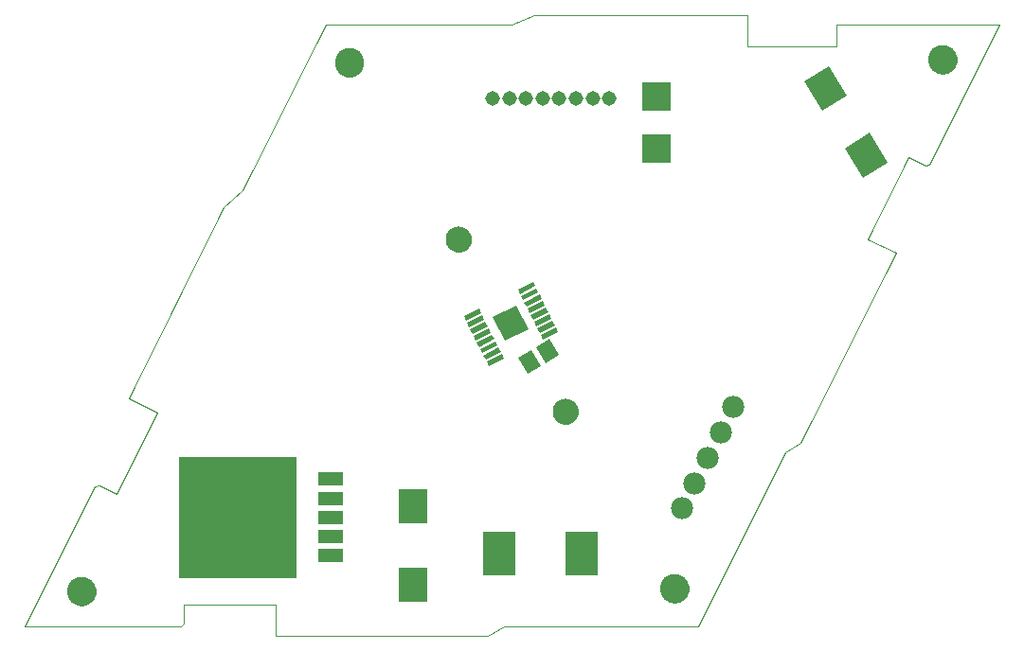
<source format=gts>
G75*
%MOIN*%
%OFA0B0*%
%FSLAX24Y24*%
%IPPOS*%
%LPD*%
%AMOC8*
5,1,8,0,0,1.08239X$1,22.5*
%
%ADD10C,0.0000*%
%ADD11C,0.1024*%
%ADD12C,0.0906*%
%ADD13R,0.0938X0.0938*%
%ADD14R,0.0603X0.0178*%
%ADD15R,0.0552X0.0670*%
%ADD16R,0.1221X0.1024*%
%ADD17R,0.1024X0.1221*%
%ADD18C,0.0516*%
%ADD19R,0.4138X0.4292*%
%ADD20R,0.0890X0.0460*%
%ADD21R,0.1142X0.1536*%
%ADD22C,0.0780*%
%ADD23R,0.1040X0.1040*%
D10*
X001464Y001214D02*
X006978Y001214D01*
X007083Y001332D01*
X007084Y001992D01*
X010297Y001990D01*
X010291Y000897D01*
X017774Y000897D01*
X018329Y001214D01*
X025175Y001214D01*
X028236Y007336D01*
X028767Y007690D01*
X032134Y014373D01*
X031140Y014865D01*
X032577Y017739D01*
X033167Y017444D01*
X033315Y017483D01*
X035785Y022424D01*
X030024Y022423D01*
X030024Y022424D02*
X030024Y021647D01*
X026911Y021647D01*
X026911Y022739D01*
X019397Y022739D01*
X018610Y022424D01*
X012065Y022424D01*
X009141Y016568D01*
X008482Y015977D01*
X005126Y009265D01*
X006140Y008753D01*
X004703Y005889D01*
X004112Y006184D01*
X003925Y006145D01*
X001464Y001214D01*
X002981Y002453D02*
X002983Y002497D01*
X002989Y002541D01*
X002999Y002584D01*
X003012Y002626D01*
X003030Y002666D01*
X003051Y002705D01*
X003075Y002742D01*
X003102Y002777D01*
X003133Y002809D01*
X003166Y002838D01*
X003202Y002864D01*
X003240Y002886D01*
X003280Y002905D01*
X003321Y002921D01*
X003364Y002933D01*
X003407Y002941D01*
X003451Y002945D01*
X003495Y002945D01*
X003539Y002941D01*
X003582Y002933D01*
X003625Y002921D01*
X003666Y002905D01*
X003706Y002886D01*
X003744Y002864D01*
X003780Y002838D01*
X003813Y002809D01*
X003844Y002777D01*
X003871Y002742D01*
X003895Y002705D01*
X003916Y002666D01*
X003934Y002626D01*
X003947Y002584D01*
X003957Y002541D01*
X003963Y002497D01*
X003965Y002453D01*
X003963Y002409D01*
X003957Y002365D01*
X003947Y002322D01*
X003934Y002280D01*
X003916Y002240D01*
X003895Y002201D01*
X003871Y002164D01*
X003844Y002129D01*
X003813Y002097D01*
X003780Y002068D01*
X003744Y002042D01*
X003706Y002020D01*
X003666Y002001D01*
X003625Y001985D01*
X003582Y001973D01*
X003539Y001965D01*
X003495Y001961D01*
X003451Y001961D01*
X003407Y001965D01*
X003364Y001973D01*
X003321Y001985D01*
X003280Y002001D01*
X003240Y002020D01*
X003202Y002042D01*
X003166Y002068D01*
X003133Y002097D01*
X003102Y002129D01*
X003075Y002164D01*
X003051Y002201D01*
X003030Y002240D01*
X003012Y002280D01*
X002999Y002322D01*
X002989Y002365D01*
X002983Y002409D01*
X002981Y002453D01*
X016313Y014853D02*
X016315Y014894D01*
X016321Y014935D01*
X016331Y014975D01*
X016344Y015014D01*
X016361Y015051D01*
X016382Y015087D01*
X016406Y015121D01*
X016433Y015152D01*
X016462Y015180D01*
X016495Y015206D01*
X016529Y015228D01*
X016566Y015247D01*
X016604Y015262D01*
X016644Y015274D01*
X016684Y015282D01*
X016725Y015286D01*
X016767Y015286D01*
X016808Y015282D01*
X016848Y015274D01*
X016888Y015262D01*
X016926Y015247D01*
X016962Y015228D01*
X016997Y015206D01*
X017030Y015180D01*
X017059Y015152D01*
X017086Y015121D01*
X017110Y015087D01*
X017131Y015051D01*
X017148Y015014D01*
X017161Y014975D01*
X017171Y014935D01*
X017177Y014894D01*
X017179Y014853D01*
X017177Y014812D01*
X017171Y014771D01*
X017161Y014731D01*
X017148Y014692D01*
X017131Y014655D01*
X017110Y014619D01*
X017086Y014585D01*
X017059Y014554D01*
X017030Y014526D01*
X016997Y014500D01*
X016963Y014478D01*
X016926Y014459D01*
X016888Y014444D01*
X016848Y014432D01*
X016808Y014424D01*
X016767Y014420D01*
X016725Y014420D01*
X016684Y014424D01*
X016644Y014432D01*
X016604Y014444D01*
X016566Y014459D01*
X016530Y014478D01*
X016495Y014500D01*
X016462Y014526D01*
X016433Y014554D01*
X016406Y014585D01*
X016382Y014619D01*
X016361Y014655D01*
X016344Y014692D01*
X016331Y014731D01*
X016321Y014771D01*
X016315Y014812D01*
X016313Y014853D01*
X012400Y021079D02*
X012402Y021123D01*
X012408Y021167D01*
X012418Y021210D01*
X012431Y021252D01*
X012449Y021292D01*
X012470Y021331D01*
X012494Y021368D01*
X012521Y021403D01*
X012552Y021435D01*
X012585Y021464D01*
X012621Y021490D01*
X012659Y021512D01*
X012699Y021531D01*
X012740Y021547D01*
X012783Y021559D01*
X012826Y021567D01*
X012870Y021571D01*
X012914Y021571D01*
X012958Y021567D01*
X013001Y021559D01*
X013044Y021547D01*
X013085Y021531D01*
X013125Y021512D01*
X013163Y021490D01*
X013199Y021464D01*
X013232Y021435D01*
X013263Y021403D01*
X013290Y021368D01*
X013314Y021331D01*
X013335Y021292D01*
X013353Y021252D01*
X013366Y021210D01*
X013376Y021167D01*
X013382Y021123D01*
X013384Y021079D01*
X013382Y021035D01*
X013376Y020991D01*
X013366Y020948D01*
X013353Y020906D01*
X013335Y020866D01*
X013314Y020827D01*
X013290Y020790D01*
X013263Y020755D01*
X013232Y020723D01*
X013199Y020694D01*
X013163Y020668D01*
X013125Y020646D01*
X013085Y020627D01*
X013044Y020611D01*
X013001Y020599D01*
X012958Y020591D01*
X012914Y020587D01*
X012870Y020587D01*
X012826Y020591D01*
X012783Y020599D01*
X012740Y020611D01*
X012699Y020627D01*
X012659Y020646D01*
X012621Y020668D01*
X012585Y020694D01*
X012552Y020723D01*
X012521Y020755D01*
X012494Y020790D01*
X012470Y020827D01*
X012449Y020866D01*
X012431Y020906D01*
X012418Y020948D01*
X012408Y020991D01*
X012402Y021035D01*
X012400Y021079D01*
X020065Y008781D02*
X020067Y008822D01*
X020073Y008863D01*
X020083Y008903D01*
X020096Y008942D01*
X020113Y008979D01*
X020134Y009015D01*
X020158Y009049D01*
X020185Y009080D01*
X020214Y009108D01*
X020247Y009134D01*
X020281Y009156D01*
X020318Y009175D01*
X020356Y009190D01*
X020396Y009202D01*
X020436Y009210D01*
X020477Y009214D01*
X020519Y009214D01*
X020560Y009210D01*
X020600Y009202D01*
X020640Y009190D01*
X020678Y009175D01*
X020714Y009156D01*
X020749Y009134D01*
X020782Y009108D01*
X020811Y009080D01*
X020838Y009049D01*
X020862Y009015D01*
X020883Y008979D01*
X020900Y008942D01*
X020913Y008903D01*
X020923Y008863D01*
X020929Y008822D01*
X020931Y008781D01*
X020929Y008740D01*
X020923Y008699D01*
X020913Y008659D01*
X020900Y008620D01*
X020883Y008583D01*
X020862Y008547D01*
X020838Y008513D01*
X020811Y008482D01*
X020782Y008454D01*
X020749Y008428D01*
X020715Y008406D01*
X020678Y008387D01*
X020640Y008372D01*
X020600Y008360D01*
X020560Y008352D01*
X020519Y008348D01*
X020477Y008348D01*
X020436Y008352D01*
X020396Y008360D01*
X020356Y008372D01*
X020318Y008387D01*
X020282Y008406D01*
X020247Y008428D01*
X020214Y008454D01*
X020185Y008482D01*
X020158Y008513D01*
X020134Y008547D01*
X020113Y008583D01*
X020096Y008620D01*
X020083Y008659D01*
X020073Y008699D01*
X020067Y008740D01*
X020065Y008781D01*
X023850Y002550D02*
X023852Y002594D01*
X023858Y002638D01*
X023868Y002681D01*
X023881Y002723D01*
X023899Y002763D01*
X023920Y002802D01*
X023944Y002839D01*
X023971Y002874D01*
X024002Y002906D01*
X024035Y002935D01*
X024071Y002961D01*
X024109Y002983D01*
X024149Y003002D01*
X024190Y003018D01*
X024233Y003030D01*
X024276Y003038D01*
X024320Y003042D01*
X024364Y003042D01*
X024408Y003038D01*
X024451Y003030D01*
X024494Y003018D01*
X024535Y003002D01*
X024575Y002983D01*
X024613Y002961D01*
X024649Y002935D01*
X024682Y002906D01*
X024713Y002874D01*
X024740Y002839D01*
X024764Y002802D01*
X024785Y002763D01*
X024803Y002723D01*
X024816Y002681D01*
X024826Y002638D01*
X024832Y002594D01*
X024834Y002550D01*
X024832Y002506D01*
X024826Y002462D01*
X024816Y002419D01*
X024803Y002377D01*
X024785Y002337D01*
X024764Y002298D01*
X024740Y002261D01*
X024713Y002226D01*
X024682Y002194D01*
X024649Y002165D01*
X024613Y002139D01*
X024575Y002117D01*
X024535Y002098D01*
X024494Y002082D01*
X024451Y002070D01*
X024408Y002062D01*
X024364Y002058D01*
X024320Y002058D01*
X024276Y002062D01*
X024233Y002070D01*
X024190Y002082D01*
X024149Y002098D01*
X024109Y002117D01*
X024071Y002139D01*
X024035Y002165D01*
X024002Y002194D01*
X023971Y002226D01*
X023944Y002261D01*
X023920Y002298D01*
X023899Y002337D01*
X023881Y002377D01*
X023868Y002419D01*
X023858Y002462D01*
X023852Y002506D01*
X023850Y002550D01*
X033280Y021185D02*
X033282Y021229D01*
X033288Y021273D01*
X033298Y021316D01*
X033311Y021358D01*
X033329Y021398D01*
X033350Y021437D01*
X033374Y021474D01*
X033401Y021509D01*
X033432Y021541D01*
X033465Y021570D01*
X033501Y021596D01*
X033539Y021618D01*
X033579Y021637D01*
X033620Y021653D01*
X033663Y021665D01*
X033706Y021673D01*
X033750Y021677D01*
X033794Y021677D01*
X033838Y021673D01*
X033881Y021665D01*
X033924Y021653D01*
X033965Y021637D01*
X034005Y021618D01*
X034043Y021596D01*
X034079Y021570D01*
X034112Y021541D01*
X034143Y021509D01*
X034170Y021474D01*
X034194Y021437D01*
X034215Y021398D01*
X034233Y021358D01*
X034246Y021316D01*
X034256Y021273D01*
X034262Y021229D01*
X034264Y021185D01*
X034262Y021141D01*
X034256Y021097D01*
X034246Y021054D01*
X034233Y021012D01*
X034215Y020972D01*
X034194Y020933D01*
X034170Y020896D01*
X034143Y020861D01*
X034112Y020829D01*
X034079Y020800D01*
X034043Y020774D01*
X034005Y020752D01*
X033965Y020733D01*
X033924Y020717D01*
X033881Y020705D01*
X033838Y020697D01*
X033794Y020693D01*
X033750Y020693D01*
X033706Y020697D01*
X033663Y020705D01*
X033620Y020717D01*
X033579Y020733D01*
X033539Y020752D01*
X033501Y020774D01*
X033465Y020800D01*
X033432Y020829D01*
X033401Y020861D01*
X033374Y020896D01*
X033350Y020933D01*
X033329Y020972D01*
X033311Y021012D01*
X033298Y021054D01*
X033288Y021097D01*
X033282Y021141D01*
X033280Y021185D01*
D11*
X033772Y021185D03*
X012892Y021079D03*
X024342Y002550D03*
X003473Y002453D03*
D12*
X020498Y008781D03*
X016746Y014853D03*
D13*
G36*
X019204Y011689D02*
X018366Y011269D01*
X017946Y012107D01*
X018784Y012527D01*
X019204Y011689D01*
G37*
D14*
G36*
X019397Y011948D02*
X019934Y012217D01*
X020013Y012058D01*
X019476Y011789D01*
X019397Y011948D01*
G37*
G36*
X019282Y012177D02*
X019819Y012446D01*
X019898Y012287D01*
X019361Y012018D01*
X019282Y012177D01*
G37*
G36*
X019168Y012405D02*
X019705Y012674D01*
X019784Y012515D01*
X019247Y012246D01*
X019168Y012405D01*
G37*
G36*
X019053Y012634D02*
X019590Y012903D01*
X019669Y012744D01*
X019132Y012475D01*
X019053Y012634D01*
G37*
G36*
X018939Y012863D02*
X019476Y013132D01*
X019555Y012973D01*
X019018Y012704D01*
X018939Y012863D01*
G37*
G36*
X018824Y013092D02*
X019361Y013361D01*
X019440Y013202D01*
X018903Y012933D01*
X018824Y013092D01*
G37*
G36*
X019511Y011719D02*
X020048Y011988D01*
X020127Y011829D01*
X019590Y011560D01*
X019511Y011719D01*
G37*
G36*
X019626Y011490D02*
X020163Y011759D01*
X020242Y011600D01*
X019705Y011331D01*
X019626Y011490D01*
G37*
G36*
X017725Y010538D02*
X018262Y010807D01*
X018341Y010648D01*
X017804Y010379D01*
X017725Y010538D01*
G37*
G36*
X017611Y010767D02*
X018148Y011036D01*
X018227Y010877D01*
X017690Y010608D01*
X017611Y010767D01*
G37*
G36*
X017496Y010996D02*
X018033Y011265D01*
X018112Y011106D01*
X017575Y010837D01*
X017496Y010996D01*
G37*
G36*
X017381Y011225D02*
X017918Y011494D01*
X017997Y011335D01*
X017460Y011066D01*
X017381Y011225D01*
G37*
G36*
X017267Y011453D02*
X017804Y011722D01*
X017883Y011563D01*
X017346Y011294D01*
X017267Y011453D01*
G37*
G36*
X017152Y011682D02*
X017689Y011951D01*
X017768Y011792D01*
X017231Y011523D01*
X017152Y011682D01*
G37*
G36*
X017038Y011911D02*
X017575Y012180D01*
X017654Y012021D01*
X017117Y011752D01*
X017038Y011911D01*
G37*
G36*
X016923Y012140D02*
X017460Y012409D01*
X017539Y012250D01*
X017002Y011981D01*
X016923Y012140D01*
G37*
D15*
G36*
X019651Y010390D02*
X019181Y010102D01*
X018831Y010672D01*
X019301Y010960D01*
X019651Y010390D01*
G37*
G36*
X020289Y010781D02*
X019819Y010493D01*
X019469Y011063D01*
X019939Y011351D01*
X020289Y010781D01*
G37*
D16*
G36*
X030976Y017028D02*
X030338Y018067D01*
X031210Y018602D01*
X031848Y017563D01*
X030976Y017028D01*
G37*
G36*
X029536Y019378D02*
X028898Y020417D01*
X029770Y020952D01*
X030408Y019913D01*
X029536Y019378D01*
G37*
D17*
X015135Y005456D03*
X015135Y002700D03*
D18*
X017935Y019831D03*
X018525Y019831D03*
X019116Y019831D03*
X019706Y019831D03*
X020277Y019831D03*
X020868Y019831D03*
X021458Y019831D03*
X022049Y019831D03*
D19*
X008975Y005063D03*
D20*
X012255Y005063D03*
X012255Y005733D03*
X012255Y006403D03*
X012255Y004393D03*
X012255Y003723D03*
D21*
X018174Y003800D03*
X021088Y003800D03*
D22*
X024601Y005374D03*
X025055Y006265D03*
X025509Y007156D03*
X025963Y008047D03*
X026417Y008938D03*
D23*
X023722Y018047D03*
X023722Y019897D03*
M02*

</source>
